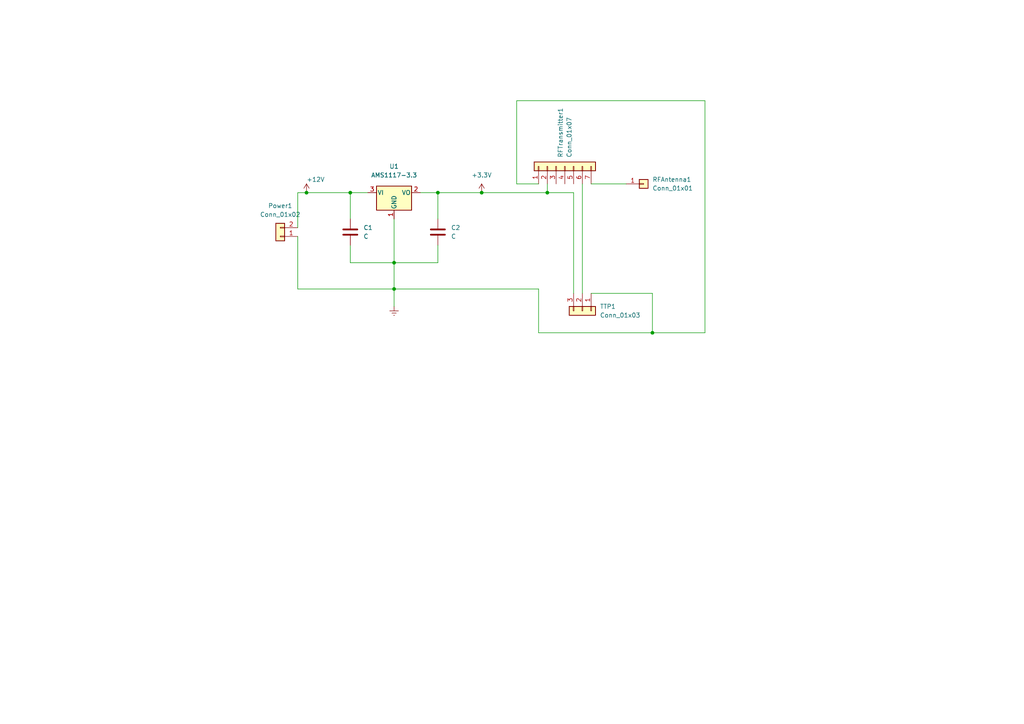
<source format=kicad_sch>
(kicad_sch (version 20211123) (generator eeschema)
  (paper "A4")
  (lib_symbols
    (symbol "Connector_Generic:Conn_01x01" (pin_names (offset 1.016) hide)
      (property "Reference" "J" (at 0 2.54 0))
      (property "Value" "Conn_01x01" (at 0 -2.54 0))
      (symbol "Conn_01x01_1_1"
        (rectangle (start -1.27 0.127) (end 0 -0.127) (stroke (width 0.1524)))
        (rectangle (start -1.27 1.27) (end 1.27 -1.27) (stroke (width 0.254)) (fill (type background)))
        (pin passive line (at -5.08 0 0) (length 3.81) (name "Pin_1") (number "1"))
      )
    )
    (symbol "Connector_Generic:Conn_01x02" (pin_names (offset 1.016) hide)
      (property "Reference" "J" (at 0 2.54 0))
      (property "Value" "Conn_01x02" (at 0 -5.08 0))
      (symbol "Conn_01x02_1_1"
        (rectangle (start -1.27 -2.413) (end 0 -2.667) (stroke (width 0.1524)))
        (rectangle (start -1.27 0.127) (end 0 -0.127) (stroke (width 0.1524)))
        (rectangle (start -1.27 1.27) (end 1.27 -3.81) (stroke (width 0.254)) (fill (type background)))
        (pin passive line (at -5.08 0 0) (length 3.81) (name "Pin_1") (number "1"))
        (pin passive line (at -5.08 -2.54 0) (length 3.81) (name "Pin_2") (number "2"))
      )
    )
    (symbol "Connector_Generic:Conn_01x03" (pin_names (offset 1.016) hide)
      (property "Reference" "J" (at 0 5.08 0))
      (property "Value" "Conn_01x03" (at 0 -5.08 0))
      (symbol "Conn_01x03_1_1"
        (rectangle (start -1.27 -2.413) (end 0 -2.667) (stroke (width 0.1524)))
        (rectangle (start -1.27 0.127) (end 0 -0.127) (stroke (width 0.1524)))
        (rectangle (start -1.27 2.667) (end 0 2.413) (stroke (width 0.1524)))
        (rectangle (start -1.27 3.81) (end 1.27 -3.81) (stroke (width 0.254)) (fill (type background)))
        (pin passive line (at -5.08 2.54 0) (length 3.81) (name "Pin_1") (number "1"))
        (pin passive line (at -5.08 0 0) (length 3.81) (name "Pin_2") (number "2"))
        (pin passive line (at -5.08 -2.54 0) (length 3.81) (name "Pin_3") (number "3"))
      )
    )
    (symbol "Connector_Generic:Conn_01x07" (pin_names (offset 1.016) hide)
      (property "Reference" "J" (at 0 10.16 0))
      (property "Value" "Conn_01x07" (at 0 -10.16 0))
      (symbol "Conn_01x07_1_1"
        (rectangle (start -1.27 -7.493) (end 0 -7.747) (stroke (width 0.1524)))
        (rectangle (start -1.27 -4.953) (end 0 -5.207) (stroke (width 0.1524)))
        (rectangle (start -1.27 -2.413) (end 0 -2.667) (stroke (width 0.1524)))
        (rectangle (start -1.27 0.127) (end 0 -0.127) (stroke (width 0.1524)))
        (rectangle (start -1.27 2.667) (end 0 2.413) (stroke (width 0.1524)))
        (rectangle (start -1.27 5.207) (end 0 4.953) (stroke (width 0.1524)))
        (rectangle (start -1.27 7.747) (end 0 7.493) (stroke (width 0.1524)))
        (rectangle (start -1.27 8.89) (end 1.27 -8.89) (stroke (width 0.254)) (fill (type background)))
        (pin passive line (at -5.08 7.62 0) (length 3.81) (name "Pin_1") (number "1"))
        (pin passive line (at -5.08 5.08 0) (length 3.81) (name "Pin_2") (number "2"))
        (pin passive line (at -5.08 2.54 0) (length 3.81) (name "Pin_3") (number "3"))
        (pin passive line (at -5.08 0 0) (length 3.81) (name "Pin_4") (number "4"))
        (pin passive line (at -5.08 -2.54 0) (length 3.81) (name "Pin_5") (number "5"))
        (pin passive line (at -5.08 -5.08 0) (length 3.81) (name "Pin_6") (number "6"))
        (pin passive line (at -5.08 -7.62 0) (length 3.81) (name "Pin_7") (number "7"))
      )
    )
    (symbol "Device:C" (pin_numbers hide) (pin_names (offset 0.254))
      (property "Reference" "C" (at 0.635 2.54 0))
      (property "Value" "C" (at 0.635 -2.54 0))
      (symbol "C_0_1"
        (polyline (pts (xy -2.032 -0.762) (xy 2.032 -0.762)) (stroke (width 0.508)))
        (polyline (pts (xy -2.032 0.762) (xy 2.032 0.762)) (stroke (width 0.508)))
      )
      (symbol "C_1_1"
        (pin passive line (at 0 3.81 270) (length 2.794) (name "~") (number "1"))
        (pin passive line (at 0 -3.81 90) (length 2.794) (name "~") (number "2"))
      )
    )
    (symbol "Regulator_Linear:AMS1117-3.3" (pin_names (offset 0.254))
      (property "Reference" "U" (at -3.81 3.175 0))
      (property "Value" "AMS1117-3.3" (at 0 3.175 0))
      (symbol "AMS1117-3.3_0_1"
        (rectangle (start -5.08 -5.08) (end 5.08 1.905) (stroke (width 0.254)) (fill (type background)))
      )
      (symbol "AMS1117-3.3_1_1"
        (pin power_in line (at 0 -7.62 90) (length 2.54) (name "GND") (number "1"))
        (pin power_out line (at 7.62 0 180) (length 2.54) (name "VO") (number "2"))
        (pin power_in line (at -7.62 0 0) (length 2.54) (name "VI") (number "3"))
      )
    )
    (symbol "power:+12V" (power) (pin_names (offset 0))
      (property "Value" "+12V" (at 0 3.556 0))
      (symbol "+12V_0_1"
        (polyline (pts (xy -0.762 1.27) (xy 0 2.54)))
        (polyline (pts (xy 0 0) (xy 0 2.54)))
        (polyline (pts (xy 0 2.54) (xy 0.762 1.27)))
      )
      (symbol "+12V_1_1"
        (pin power_in line (at 0 0 90) (length 0) hide (name "+12V") (number "1"))
      )
    )
    (symbol "power:+3.3V" (power) (pin_names (offset 0))
      (property "Value" "+3.3V" (at 0 3.556 0))
      (symbol "+3.3V_0_1"
        (polyline (pts (xy -0.762 1.27) (xy 0 2.54)))
        (polyline (pts (xy 0 0) (xy 0 2.54)))
        (polyline (pts (xy 0 2.54) (xy 0.762 1.27)))
      )
      (symbol "+3.3V_1_1"
        (pin power_in line (at 0 0 90) (length 0) hide (name "+3.3V") (number "1"))
      )
    )
    (symbol "power:Earth" (power) (pin_names (offset 0))
      (symbol "Earth_0_1"
        (polyline (pts (xy -0.635 -1.905) (xy 0.635 -1.905)))
        (polyline (pts (xy -0.127 -2.54) (xy 0.127 -2.54)))
        (polyline (pts (xy 0 -1.27) (xy 0 0)))
        (polyline (pts (xy 1.27 -1.27) (xy -1.27 -1.27)))
      )
      (symbol "Earth_1_1"
        (pin power_in line (at 0 0 270) (length 0) hide (name "Earth") (number "1"))
      )
    )
  )
  (junction (at 114.3 76.2))
  (junction (at 127 55.88))
  (junction (at 101.6 55.88))
  (junction (at 139.7 55.88))
  (junction (at 114.3 83.82))
  (junction (at 158.75 55.88))
  (junction (at 88.9 55.88))
  (junction (at 189.23 96.52))
  (wire (pts (xy 86.36 68.58) (xy 86.36 83.82)))
  (wire (pts (xy 114.3 76.2) (xy 114.3 83.82)))
  (wire (pts (xy 204.47 29.21) (xy 204.47 96.52)))
  (wire (pts (xy 171.45 85.09) (xy 189.23 85.09)))
  (wire (pts (xy 156.21 96.52) (xy 156.21 83.82)))
  (wire (pts (xy 86.36 55.88) (xy 88.9 55.88)))
  (wire (pts (xy 171.45 53.34) (xy 181.61 53.34)))
  (wire (pts (xy 88.9 55.88) (xy 101.6 55.88)))
  (wire (pts (xy 189.23 96.52) (xy 156.21 96.52)))
  (wire (pts (xy 114.3 83.82) (xy 156.21 83.82)))
  (wire (pts (xy 168.91 53.34) (xy 168.91 85.09)))
  (wire (pts (xy 139.7 55.88) (xy 158.75 55.88)))
  (wire (pts (xy 114.3 83.82) (xy 114.3 88.9)))
  (wire (pts (xy 127 55.88) (xy 139.7 55.88)))
  (wire (pts (xy 127 55.88) (xy 127 63.5)))
  (wire (pts (xy 114.3 76.2) (xy 101.6 76.2)))
  (wire (pts (xy 204.47 96.52) (xy 189.23 96.52)))
  (wire (pts (xy 189.23 85.09) (xy 189.23 96.52)))
  (wire (pts (xy 114.3 63.5) (xy 114.3 76.2)))
  (wire (pts (xy 121.92 55.88) (xy 127 55.88)))
  (wire (pts (xy 127 71.12) (xy 127 76.2)))
  (wire (pts (xy 156.21 53.34) (xy 149.86 53.34)))
  (wire (pts (xy 127 76.2) (xy 114.3 76.2)))
  (wire (pts (xy 86.36 66.04) (xy 86.36 55.88)))
  (wire (pts (xy 101.6 76.2) (xy 101.6 71.12)))
  (wire (pts (xy 101.6 55.88) (xy 101.6 63.5)))
  (wire (pts (xy 166.37 55.88) (xy 166.37 85.09)))
  (wire (pts (xy 86.36 83.82) (xy 114.3 83.82)))
  (wire (pts (xy 106.68 55.88) (xy 101.6 55.88)))
  (wire (pts (xy 149.86 53.34) (xy 149.86 29.21)))
  (wire (pts (xy 158.75 55.88) (xy 158.75 53.34)))
  (wire (pts (xy 149.86 29.21) (xy 204.47 29.21)))
  (wire (pts (xy 158.75 55.88) (xy 166.37 55.88)))
  (symbol (lib_id "Connector_Generic:Conn_01x01") (at 186.69 53.34 0) (unit 1)
    (property "Reference" "RFAntenna1" (at 189.23 52.0699 0) (effects (justify left)))
    (property "Value" "Conn_01x01" (at 189.23 54.6099 0) (effects (justify left)))
    (property "Footprint" "Connector_PinHeader_2.54mm:PinHeader_1x01_P2.54mm_Vertical" (effects hide))
  )
  (symbol (lib_id "Connector_Generic:Conn_01x07") (at 163.83 48.26 90) (unit 1)
    (property "Reference" "RFTransmitter1" (at 162.5599 45.72 0) (effects (justify left)))
    (property "Value" "Conn_01x07" (at 165.0999 45.72 0) (effects (justify left)))
    (property "Footprint" "Connector_PinHeader_2.54mm:PinHeader_1x07_P2.54mm_Vertical" (effects hide))
  )
  (symbol (lib_id "power:+3.3V") (at 139.7 55.88 0) (unit 1)
    (property "Reference" "#PWR03" (effects hide))
    (property "Value" "+3.3V" (at 139.7 50.8 0))
  )
  (symbol (lib_id "power:+12V") (at 88.9 55.88 0) (unit 1)
    (property "Reference" "#PWR01" (effects hide))
    (property "Value" "+12V" (at 88.8999 52.07 0) (effects (justify left)))
  )
  (symbol (lib_id "power:Earth") (at 114.3 88.9 0) (unit 1)
    (property "Reference" "#PWR02" (effects hide))
    (property "Value" "Earth" (effects hide))
  )
  (symbol (lib_id "Device:C") (at 127 67.31 0) (unit 1)
    (property "Reference" "C2" (at 130.81 66.0399 0) (effects (justify left)))
    (property "Value" "C" (at 130.81 68.5799 0) (effects (justify left)))
    (property "Footprint" "Capacitor_THT:C_Disc_D3.4mm_W2.1mm_P2.50mm" (effects hide))
  )
  (symbol (lib_id "Connector_Generic:Conn_01x03") (at 168.91 90.17 270) (unit 1)
    (property "Reference" "TTP1" (at 173.99 88.8999 90) (effects (justify left)))
    (property "Value" "Conn_01x03" (at 173.99 91.4399 90) (effects (justify left)))
    (property "Footprint" "Connector_PinHeader_2.54mm:PinHeader_1x03_P2.54mm_Vertical" (effects hide))
  )
  (symbol (lib_id "Regulator_Linear:AMS1117-3.3") (at 114.3 55.88 0) (unit 1)
    (property "Reference" "U1" (at 114.3 48.26 0))
    (property "Value" "AMS1117-3.3" (at 114.3 50.8 0))
    (property "Footprint" "Package_TO_SOT_SMD:SOT-223-3_TabPin2" (effects hide))
    (property "Datasheet" "http://www.advanced-monolithic.com/pdf/ds1117.pdf" (effects hide))
  )
  (symbol (lib_id "Device:C") (at 101.6 67.31 0) (unit 1)
    (property "Reference" "C1" (at 105.41 66.0399 0) (effects (justify left)))
    (property "Value" "C" (at 105.41 68.5799 0) (effects (justify left)))
    (property "Footprint" "Capacitor_THT:C_Disc_D3.4mm_W2.1mm_P2.50mm" (effects hide))
  )
  (symbol (lib_id "Connector_Generic:Conn_01x02") (at 81.28 68.58 180) (unit 1)
    (property "Reference" "Power1" (at 81.28 59.69 0))
    (property "Value" "Conn_01x02" (at 81.28 62.23 0))
    (property "Footprint" "Connector_PinHeader_2.54mm:PinHeader_1x02_P2.54mm_Vertical_SMD_Pin1Left" (effects hide))
  )
)
</source>
